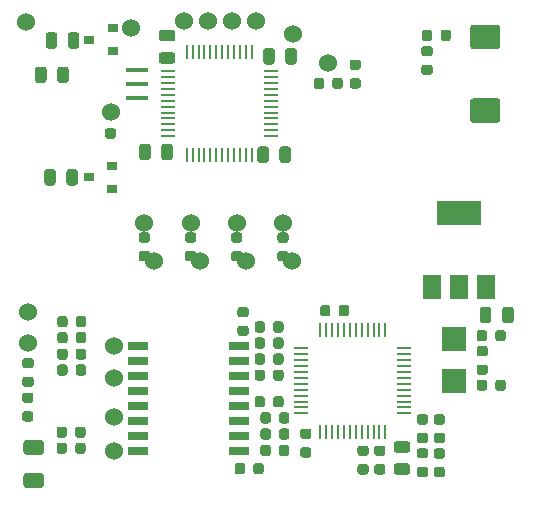
<source format=gbr>
%TF.GenerationSoftware,KiCad,Pcbnew,5.1.9+dfsg1-1~bpo10+1*%
%TF.CreationDate,2022-03-24T11:03:47+03:00*%
%TF.ProjectId,Anemometr,416e656d-6f6d-4657-9472-2e6b69636164,rev?*%
%TF.SameCoordinates,Original*%
%TF.FileFunction,Soldermask,Top*%
%TF.FilePolarity,Negative*%
%FSLAX46Y46*%
G04 Gerber Fmt 4.6, Leading zero omitted, Abs format (unit mm)*
G04 Created by KiCad (PCBNEW 5.1.9+dfsg1-1~bpo10+1) date 2022-03-24 11:03:47*
%MOMM*%
%LPD*%
G01*
G04 APERTURE LIST*
%ADD10R,0.900000X0.800000*%
%ADD11R,1.500000X2.000000*%
%ADD12R,3.800000X2.000000*%
%ADD13R,1.900000X0.400000*%
%ADD14C,1.524000*%
%ADD15R,1.300000X0.250000*%
%ADD16R,0.250000X1.300000*%
%ADD17R,1.670000X0.700000*%
%ADD18R,2.000000X2.000000*%
G04 APERTURE END LIST*
%TO.C,D4*%
G36*
G01*
X48778450Y-66301100D02*
X49290950Y-66301100D01*
G75*
G02*
X49509700Y-66519850I0J-218750D01*
G01*
X49509700Y-66957350D01*
G75*
G02*
X49290950Y-67176100I-218750J0D01*
G01*
X48778450Y-67176100D01*
G75*
G02*
X48559700Y-66957350I0J218750D01*
G01*
X48559700Y-66519850D01*
G75*
G02*
X48778450Y-66301100I218750J0D01*
G01*
G37*
G36*
G01*
X48778450Y-64726100D02*
X49290950Y-64726100D01*
G75*
G02*
X49509700Y-64944850I0J-218750D01*
G01*
X49509700Y-65382350D01*
G75*
G02*
X49290950Y-65601100I-218750J0D01*
G01*
X48778450Y-65601100D01*
G75*
G02*
X48559700Y-65382350I0J218750D01*
G01*
X48559700Y-64944850D01*
G75*
G02*
X48778450Y-64726100I218750J0D01*
G01*
G37*
%TD*%
%TO.C,R15*%
G36*
G01*
X54680400Y-62930750D02*
X54680400Y-62418250D01*
G75*
G02*
X54899150Y-62199500I218750J0D01*
G01*
X55336650Y-62199500D01*
G75*
G02*
X55555400Y-62418250I0J-218750D01*
G01*
X55555400Y-62930750D01*
G75*
G02*
X55336650Y-63149500I-218750J0D01*
G01*
X54899150Y-63149500D01*
G75*
G02*
X54680400Y-62930750I0J218750D01*
G01*
G37*
G36*
G01*
X56255400Y-62930750D02*
X56255400Y-62418250D01*
G75*
G02*
X56474150Y-62199500I218750J0D01*
G01*
X56911650Y-62199500D01*
G75*
G02*
X57130400Y-62418250I0J-218750D01*
G01*
X57130400Y-62930750D01*
G75*
G02*
X56911650Y-63149500I-218750J0D01*
G01*
X56474150Y-63149500D01*
G75*
G02*
X56255400Y-62930750I0J218750D01*
G01*
G37*
%TD*%
%TO.C,D5*%
G36*
G01*
X55361550Y-64445400D02*
X54849050Y-64445400D01*
G75*
G02*
X54630300Y-64226650I0J218750D01*
G01*
X54630300Y-63789150D01*
G75*
G02*
X54849050Y-63570400I218750J0D01*
G01*
X55361550Y-63570400D01*
G75*
G02*
X55580300Y-63789150I0J-218750D01*
G01*
X55580300Y-64226650D01*
G75*
G02*
X55361550Y-64445400I-218750J0D01*
G01*
G37*
G36*
G01*
X55361550Y-66020400D02*
X54849050Y-66020400D01*
G75*
G02*
X54630300Y-65801650I0J218750D01*
G01*
X54630300Y-65364150D01*
G75*
G02*
X54849050Y-65145400I218750J0D01*
G01*
X55361550Y-65145400D01*
G75*
G02*
X55580300Y-65364150I0J-218750D01*
G01*
X55580300Y-65801650D01*
G75*
G02*
X55361550Y-66020400I-218750J0D01*
G01*
G37*
%TD*%
%TO.C,C58*%
G36*
G01*
X59007900Y-68000700D02*
X61057900Y-68000700D01*
G75*
G02*
X61307900Y-68250700I0J-250000D01*
G01*
X61307900Y-69825700D01*
G75*
G02*
X61057900Y-70075700I-250000J0D01*
G01*
X59007900Y-70075700D01*
G75*
G02*
X58757900Y-69825700I0J250000D01*
G01*
X58757900Y-68250700D01*
G75*
G02*
X59007900Y-68000700I250000J0D01*
G01*
G37*
G36*
G01*
X59007900Y-61775700D02*
X61057900Y-61775700D01*
G75*
G02*
X61307900Y-62025700I0J-250000D01*
G01*
X61307900Y-63600700D01*
G75*
G02*
X61057900Y-63850700I-250000J0D01*
G01*
X59007900Y-63850700D01*
G75*
G02*
X58757900Y-63600700I0J250000D01*
G01*
X58757900Y-62025700D01*
G75*
G02*
X59007900Y-61775700I250000J0D01*
G01*
G37*
%TD*%
D10*
%TO.C,U9*%
X26508200Y-63030100D03*
X28508200Y-62080100D03*
X28508200Y-63980100D03*
%TD*%
%TO.C,U7*%
X26457400Y-74688700D03*
X28457400Y-73738700D03*
X28457400Y-75638700D03*
%TD*%
%TO.C,C56*%
G36*
G01*
X53440650Y-98013100D02*
X52528150Y-98013100D01*
G75*
G02*
X52284400Y-97769350I0J243750D01*
G01*
X52284400Y-97281850D01*
G75*
G02*
X52528150Y-97038100I243750J0D01*
G01*
X53440650Y-97038100D01*
G75*
G02*
X53684400Y-97281850I0J-243750D01*
G01*
X53684400Y-97769350D01*
G75*
G02*
X53440650Y-98013100I-243750J0D01*
G01*
G37*
G36*
G01*
X53440650Y-99888100D02*
X52528150Y-99888100D01*
G75*
G02*
X52284400Y-99644350I0J243750D01*
G01*
X52284400Y-99156850D01*
G75*
G02*
X52528150Y-98913100I243750J0D01*
G01*
X53440650Y-98913100D01*
G75*
G02*
X53684400Y-99156850I0J-243750D01*
G01*
X53684400Y-99644350D01*
G75*
G02*
X53440650Y-99888100I-243750J0D01*
G01*
G37*
%TD*%
D11*
%TO.C,U6*%
X55535800Y-84010900D03*
X60135800Y-84010900D03*
X57835800Y-84010900D03*
D12*
X57835800Y-77710900D03*
%TD*%
%TO.C,C22*%
G36*
G01*
X60560800Y-85891050D02*
X60560800Y-86803550D01*
G75*
G02*
X60317050Y-87047300I-243750J0D01*
G01*
X59829550Y-87047300D01*
G75*
G02*
X59585800Y-86803550I0J243750D01*
G01*
X59585800Y-85891050D01*
G75*
G02*
X59829550Y-85647300I243750J0D01*
G01*
X60317050Y-85647300D01*
G75*
G02*
X60560800Y-85891050I0J-243750D01*
G01*
G37*
G36*
G01*
X62435800Y-85891050D02*
X62435800Y-86803550D01*
G75*
G02*
X62192050Y-87047300I-243750J0D01*
G01*
X61704550Y-87047300D01*
G75*
G02*
X61460800Y-86803550I0J243750D01*
G01*
X61460800Y-85891050D01*
G75*
G02*
X61704550Y-85647300I243750J0D01*
G01*
X62192050Y-85647300D01*
G75*
G02*
X62435800Y-85891050I0J-243750D01*
G01*
G37*
%TD*%
D13*
%TO.C,Y1*%
X30594300Y-68002000D03*
X30594300Y-66802000D03*
X30594300Y-65602000D03*
%TD*%
D14*
%TO.C,J7*%
X21132800Y-61531500D03*
%TD*%
%TO.C,C49*%
G36*
G01*
X22430900Y-98183400D02*
X21180900Y-98183400D01*
G75*
G02*
X20930900Y-97933400I0J250000D01*
G01*
X20930900Y-97183400D01*
G75*
G02*
X21180900Y-96933400I250000J0D01*
G01*
X22430900Y-96933400D01*
G75*
G02*
X22680900Y-97183400I0J-250000D01*
G01*
X22680900Y-97933400D01*
G75*
G02*
X22430900Y-98183400I-250000J0D01*
G01*
G37*
G36*
G01*
X22430900Y-100983400D02*
X21180900Y-100983400D01*
G75*
G02*
X20930900Y-100733400I0J250000D01*
G01*
X20930900Y-99983400D01*
G75*
G02*
X21180900Y-99733400I250000J0D01*
G01*
X22430900Y-99733400D01*
G75*
G02*
X22680900Y-99983400I0J-250000D01*
G01*
X22680900Y-100733400D01*
G75*
G02*
X22430900Y-100983400I-250000J0D01*
G01*
G37*
%TD*%
%TO.C,R1*%
G36*
G01*
X60047150Y-89845400D02*
X59534650Y-89845400D01*
G75*
G02*
X59315900Y-89626650I0J218750D01*
G01*
X59315900Y-89189150D01*
G75*
G02*
X59534650Y-88970400I218750J0D01*
G01*
X60047150Y-88970400D01*
G75*
G02*
X60265900Y-89189150I0J-218750D01*
G01*
X60265900Y-89626650D01*
G75*
G02*
X60047150Y-89845400I-218750J0D01*
G01*
G37*
G36*
G01*
X60047150Y-91420400D02*
X59534650Y-91420400D01*
G75*
G02*
X59315900Y-91201650I0J218750D01*
G01*
X59315900Y-90764150D01*
G75*
G02*
X59534650Y-90545400I218750J0D01*
G01*
X60047150Y-90545400D01*
G75*
G02*
X60265900Y-90764150I0J-218750D01*
G01*
X60265900Y-91201650D01*
G75*
G02*
X60047150Y-91420400I-218750J0D01*
G01*
G37*
%TD*%
%TO.C,R4*%
G36*
G01*
X46386000Y-66482250D02*
X46386000Y-66994750D01*
G75*
G02*
X46167250Y-67213500I-218750J0D01*
G01*
X45729750Y-67213500D01*
G75*
G02*
X45511000Y-66994750I0J218750D01*
G01*
X45511000Y-66482250D01*
G75*
G02*
X45729750Y-66263500I218750J0D01*
G01*
X46167250Y-66263500D01*
G75*
G02*
X46386000Y-66482250I0J-218750D01*
G01*
G37*
G36*
G01*
X47961000Y-66482250D02*
X47961000Y-66994750D01*
G75*
G02*
X47742250Y-67213500I-218750J0D01*
G01*
X47304750Y-67213500D01*
G75*
G02*
X47086000Y-66994750I0J218750D01*
G01*
X47086000Y-66482250D01*
G75*
G02*
X47304750Y-66263500I218750J0D01*
G01*
X47742250Y-66263500D01*
G75*
G02*
X47961000Y-66482250I0J-218750D01*
G01*
G37*
%TD*%
D15*
%TO.C,D3*%
X44479100Y-89178000D03*
X44479100Y-89678000D03*
X44479100Y-90178000D03*
X44479100Y-90678000D03*
X44479100Y-91178000D03*
X44479100Y-91678000D03*
X44479100Y-92178000D03*
X44479100Y-92678000D03*
X44479100Y-93178000D03*
X44479100Y-93678000D03*
X44479100Y-94178000D03*
X44479100Y-94678000D03*
D16*
X46079100Y-96278000D03*
X46579100Y-96278000D03*
X47079100Y-96278000D03*
X47579100Y-96278000D03*
X48079100Y-96278000D03*
X48579100Y-96278000D03*
X49079100Y-96278000D03*
X49579100Y-96278000D03*
X50079100Y-96278000D03*
X50579100Y-96278000D03*
X51079100Y-96278000D03*
X51579100Y-96278000D03*
D15*
X53179100Y-94678000D03*
X53179100Y-94178000D03*
X53179100Y-93678000D03*
X53179100Y-93178000D03*
X53179100Y-92678000D03*
X53179100Y-92178000D03*
X53179100Y-91678000D03*
X53179100Y-91178000D03*
X53179100Y-90678000D03*
X53179100Y-90178000D03*
X53179100Y-89678000D03*
X53179100Y-89178000D03*
D16*
X51579100Y-87578000D03*
X51079100Y-87578000D03*
X50579100Y-87578000D03*
X50079100Y-87578000D03*
X49579100Y-87578000D03*
X49079100Y-87578000D03*
X48579100Y-87578000D03*
X48079100Y-87578000D03*
X47579100Y-87578000D03*
X47079100Y-87578000D03*
X46579100Y-87578000D03*
X46079100Y-87578000D03*
%TD*%
%TO.C,R40*%
G36*
G01*
X21579550Y-92449100D02*
X21067050Y-92449100D01*
G75*
G02*
X20848300Y-92230350I0J218750D01*
G01*
X20848300Y-91792850D01*
G75*
G02*
X21067050Y-91574100I218750J0D01*
G01*
X21579550Y-91574100D01*
G75*
G02*
X21798300Y-91792850I0J-218750D01*
G01*
X21798300Y-92230350D01*
G75*
G02*
X21579550Y-92449100I-218750J0D01*
G01*
G37*
G36*
G01*
X21579550Y-90874100D02*
X21067050Y-90874100D01*
G75*
G02*
X20848300Y-90655350I0J218750D01*
G01*
X20848300Y-90217850D01*
G75*
G02*
X21067050Y-89999100I218750J0D01*
G01*
X21579550Y-89999100D01*
G75*
G02*
X21798300Y-90217850I0J-218750D01*
G01*
X21798300Y-90655350D01*
G75*
G02*
X21579550Y-90874100I-218750J0D01*
G01*
G37*
%TD*%
%TO.C,R36*%
G36*
G01*
X26244000Y-86649850D02*
X26244000Y-87162350D01*
G75*
G02*
X26025250Y-87381100I-218750J0D01*
G01*
X25587750Y-87381100D01*
G75*
G02*
X25369000Y-87162350I0J218750D01*
G01*
X25369000Y-86649850D01*
G75*
G02*
X25587750Y-86431100I218750J0D01*
G01*
X26025250Y-86431100D01*
G75*
G02*
X26244000Y-86649850I0J-218750D01*
G01*
G37*
G36*
G01*
X24669000Y-86649850D02*
X24669000Y-87162350D01*
G75*
G02*
X24450250Y-87381100I-218750J0D01*
G01*
X24012750Y-87381100D01*
G75*
G02*
X23794000Y-87162350I0J218750D01*
G01*
X23794000Y-86649850D01*
G75*
G02*
X24012750Y-86431100I218750J0D01*
G01*
X24450250Y-86431100D01*
G75*
G02*
X24669000Y-86649850I0J-218750D01*
G01*
G37*
%TD*%
%TO.C,R32*%
G36*
G01*
X26244000Y-90751950D02*
X26244000Y-91264450D01*
G75*
G02*
X26025250Y-91483200I-218750J0D01*
G01*
X25587750Y-91483200D01*
G75*
G02*
X25369000Y-91264450I0J218750D01*
G01*
X25369000Y-90751950D01*
G75*
G02*
X25587750Y-90533200I218750J0D01*
G01*
X26025250Y-90533200D01*
G75*
G02*
X26244000Y-90751950I0J-218750D01*
G01*
G37*
G36*
G01*
X24669000Y-90751950D02*
X24669000Y-91264450D01*
G75*
G02*
X24450250Y-91483200I-218750J0D01*
G01*
X24012750Y-91483200D01*
G75*
G02*
X23794000Y-91264450I0J218750D01*
G01*
X23794000Y-90751950D01*
G75*
G02*
X24012750Y-90533200I218750J0D01*
G01*
X24450250Y-90533200D01*
G75*
G02*
X24669000Y-90751950I0J-218750D01*
G01*
G37*
%TD*%
%TO.C,R35*%
G36*
G01*
X26193200Y-96022450D02*
X26193200Y-96534950D01*
G75*
G02*
X25974450Y-96753700I-218750J0D01*
G01*
X25536950Y-96753700D01*
G75*
G02*
X25318200Y-96534950I0J218750D01*
G01*
X25318200Y-96022450D01*
G75*
G02*
X25536950Y-95803700I218750J0D01*
G01*
X25974450Y-95803700D01*
G75*
G02*
X26193200Y-96022450I0J-218750D01*
G01*
G37*
G36*
G01*
X24618200Y-96022450D02*
X24618200Y-96534950D01*
G75*
G02*
X24399450Y-96753700I-218750J0D01*
G01*
X23961950Y-96753700D01*
G75*
G02*
X23743200Y-96534950I0J218750D01*
G01*
X23743200Y-96022450D01*
G75*
G02*
X23961950Y-95803700I218750J0D01*
G01*
X24399450Y-95803700D01*
G75*
G02*
X24618200Y-96022450I0J-218750D01*
G01*
G37*
%TD*%
%TO.C,R2*%
G36*
G01*
X56415650Y-97211600D02*
X55903150Y-97211600D01*
G75*
G02*
X55684400Y-96992850I0J218750D01*
G01*
X55684400Y-96555350D01*
G75*
G02*
X55903150Y-96336600I218750J0D01*
G01*
X56415650Y-96336600D01*
G75*
G02*
X56634400Y-96555350I0J-218750D01*
G01*
X56634400Y-96992850D01*
G75*
G02*
X56415650Y-97211600I-218750J0D01*
G01*
G37*
G36*
G01*
X56415650Y-95636600D02*
X55903150Y-95636600D01*
G75*
G02*
X55684400Y-95417850I0J218750D01*
G01*
X55684400Y-94980350D01*
G75*
G02*
X55903150Y-94761600I218750J0D01*
G01*
X56415650Y-94761600D01*
G75*
G02*
X56634400Y-94980350I0J-218750D01*
G01*
X56634400Y-95417850D01*
G75*
G02*
X56415650Y-95636600I-218750J0D01*
G01*
G37*
%TD*%
%TO.C,R3*%
G36*
G01*
X54980550Y-97198900D02*
X54468050Y-97198900D01*
G75*
G02*
X54249300Y-96980150I0J218750D01*
G01*
X54249300Y-96542650D01*
G75*
G02*
X54468050Y-96323900I218750J0D01*
G01*
X54980550Y-96323900D01*
G75*
G02*
X55199300Y-96542650I0J-218750D01*
G01*
X55199300Y-96980150D01*
G75*
G02*
X54980550Y-97198900I-218750J0D01*
G01*
G37*
G36*
G01*
X54980550Y-95623900D02*
X54468050Y-95623900D01*
G75*
G02*
X54249300Y-95405150I0J218750D01*
G01*
X54249300Y-94967650D01*
G75*
G02*
X54468050Y-94748900I218750J0D01*
G01*
X54980550Y-94748900D01*
G75*
G02*
X55199300Y-94967650I0J-218750D01*
G01*
X55199300Y-95405150D01*
G75*
G02*
X54980550Y-95623900I-218750J0D01*
G01*
G37*
%TD*%
%TO.C,C3*%
G36*
G01*
X28564550Y-71405200D02*
X28052050Y-71405200D01*
G75*
G02*
X27833300Y-71186450I0J218750D01*
G01*
X27833300Y-70748950D01*
G75*
G02*
X28052050Y-70530200I218750J0D01*
G01*
X28564550Y-70530200D01*
G75*
G02*
X28783300Y-70748950I0J-218750D01*
G01*
X28783300Y-71186450D01*
G75*
G02*
X28564550Y-71405200I-218750J0D01*
G01*
G37*
G36*
G01*
X28564550Y-69830200D02*
X28052050Y-69830200D01*
G75*
G02*
X27833300Y-69611450I0J218750D01*
G01*
X27833300Y-69173950D01*
G75*
G02*
X28052050Y-68955200I218750J0D01*
G01*
X28564550Y-68955200D01*
G75*
G02*
X28783300Y-69173950I0J-218750D01*
G01*
X28783300Y-69611450D01*
G75*
G02*
X28564550Y-69830200I-218750J0D01*
G01*
G37*
%TD*%
%TO.C,R11*%
G36*
G01*
X40507200Y-93944150D02*
X40507200Y-93431650D01*
G75*
G02*
X40725950Y-93212900I218750J0D01*
G01*
X41163450Y-93212900D01*
G75*
G02*
X41382200Y-93431650I0J-218750D01*
G01*
X41382200Y-93944150D01*
G75*
G02*
X41163450Y-94162900I-218750J0D01*
G01*
X40725950Y-94162900D01*
G75*
G02*
X40507200Y-93944150I0J218750D01*
G01*
G37*
G36*
G01*
X42082200Y-93944150D02*
X42082200Y-93431650D01*
G75*
G02*
X42300950Y-93212900I218750J0D01*
G01*
X42738450Y-93212900D01*
G75*
G02*
X42957200Y-93431650I0J-218750D01*
G01*
X42957200Y-93944150D01*
G75*
G02*
X42738450Y-94162900I-218750J0D01*
G01*
X42300950Y-94162900D01*
G75*
G02*
X42082200Y-93944150I0J218750D01*
G01*
G37*
%TD*%
%TO.C,R18*%
G36*
G01*
X41002500Y-96687350D02*
X41002500Y-96174850D01*
G75*
G02*
X41221250Y-95956100I218750J0D01*
G01*
X41658750Y-95956100D01*
G75*
G02*
X41877500Y-96174850I0J-218750D01*
G01*
X41877500Y-96687350D01*
G75*
G02*
X41658750Y-96906100I-218750J0D01*
G01*
X41221250Y-96906100D01*
G75*
G02*
X41002500Y-96687350I0J218750D01*
G01*
G37*
G36*
G01*
X42577500Y-96687350D02*
X42577500Y-96174850D01*
G75*
G02*
X42796250Y-95956100I218750J0D01*
G01*
X43233750Y-95956100D01*
G75*
G02*
X43452500Y-96174850I0J-218750D01*
G01*
X43452500Y-96687350D01*
G75*
G02*
X43233750Y-96906100I-218750J0D01*
G01*
X42796250Y-96906100D01*
G75*
G02*
X42577500Y-96687350I0J218750D01*
G01*
G37*
%TD*%
%TO.C,R12*%
G36*
G01*
X40507200Y-90337350D02*
X40507200Y-89824850D01*
G75*
G02*
X40725950Y-89606100I218750J0D01*
G01*
X41163450Y-89606100D01*
G75*
G02*
X41382200Y-89824850I0J-218750D01*
G01*
X41382200Y-90337350D01*
G75*
G02*
X41163450Y-90556100I-218750J0D01*
G01*
X40725950Y-90556100D01*
G75*
G02*
X40507200Y-90337350I0J218750D01*
G01*
G37*
G36*
G01*
X42082200Y-90337350D02*
X42082200Y-89824850D01*
G75*
G02*
X42300950Y-89606100I218750J0D01*
G01*
X42738450Y-89606100D01*
G75*
G02*
X42957200Y-89824850I0J-218750D01*
G01*
X42957200Y-90337350D01*
G75*
G02*
X42738450Y-90556100I-218750J0D01*
G01*
X42300950Y-90556100D01*
G75*
G02*
X42082200Y-90337350I0J218750D01*
G01*
G37*
%TD*%
%TO.C,R14*%
G36*
G01*
X40507200Y-87619550D02*
X40507200Y-87107050D01*
G75*
G02*
X40725950Y-86888300I218750J0D01*
G01*
X41163450Y-86888300D01*
G75*
G02*
X41382200Y-87107050I0J-218750D01*
G01*
X41382200Y-87619550D01*
G75*
G02*
X41163450Y-87838300I-218750J0D01*
G01*
X40725950Y-87838300D01*
G75*
G02*
X40507200Y-87619550I0J218750D01*
G01*
G37*
G36*
G01*
X42082200Y-87619550D02*
X42082200Y-87107050D01*
G75*
G02*
X42300950Y-86888300I218750J0D01*
G01*
X42738450Y-86888300D01*
G75*
G02*
X42957200Y-87107050I0J-218750D01*
G01*
X42957200Y-87619550D01*
G75*
G02*
X42738450Y-87838300I-218750J0D01*
G01*
X42300950Y-87838300D01*
G75*
G02*
X42082200Y-87619550I0J218750D01*
G01*
G37*
%TD*%
D17*
%TO.C,D10*%
X39164600Y-97840800D03*
X39164600Y-96570800D03*
X39164600Y-95300800D03*
X39164600Y-94030800D03*
X39164600Y-92760800D03*
X39164600Y-91490800D03*
X39164600Y-90220800D03*
X39164600Y-88950800D03*
X30634600Y-88950800D03*
X30634600Y-90220800D03*
X30634600Y-91490800D03*
X30634600Y-92760800D03*
X30634600Y-95300800D03*
X30634600Y-96570800D03*
X30634600Y-97840800D03*
X30634600Y-94030800D03*
%TD*%
D14*
%TO.C,J6*%
X30060900Y-62026800D03*
%TD*%
%TO.C,J4*%
X34556700Y-61417200D03*
%TD*%
%TO.C,J3*%
X36584466Y-61417200D03*
%TD*%
%TO.C,C48*%
G36*
G01*
X21041650Y-92920100D02*
X21554150Y-92920100D01*
G75*
G02*
X21772900Y-93138850I0J-218750D01*
G01*
X21772900Y-93576350D01*
G75*
G02*
X21554150Y-93795100I-218750J0D01*
G01*
X21041650Y-93795100D01*
G75*
G02*
X20822900Y-93576350I0J218750D01*
G01*
X20822900Y-93138850D01*
G75*
G02*
X21041650Y-92920100I218750J0D01*
G01*
G37*
G36*
G01*
X21041650Y-94495100D02*
X21554150Y-94495100D01*
G75*
G02*
X21772900Y-94713850I0J-218750D01*
G01*
X21772900Y-95151350D01*
G75*
G02*
X21554150Y-95370100I-218750J0D01*
G01*
X21041650Y-95370100D01*
G75*
G02*
X20822900Y-95151350I0J218750D01*
G01*
X20822900Y-94713850D01*
G75*
G02*
X21041650Y-94495100I218750J0D01*
G01*
G37*
%TD*%
%TO.C,C46*%
G36*
G01*
X26244000Y-88008750D02*
X26244000Y-88521250D01*
G75*
G02*
X26025250Y-88740000I-218750J0D01*
G01*
X25587750Y-88740000D01*
G75*
G02*
X25369000Y-88521250I0J218750D01*
G01*
X25369000Y-88008750D01*
G75*
G02*
X25587750Y-87790000I218750J0D01*
G01*
X26025250Y-87790000D01*
G75*
G02*
X26244000Y-88008750I0J-218750D01*
G01*
G37*
G36*
G01*
X24669000Y-88008750D02*
X24669000Y-88521250D01*
G75*
G02*
X24450250Y-88740000I-218750J0D01*
G01*
X24012750Y-88740000D01*
G75*
G02*
X23794000Y-88521250I0J218750D01*
G01*
X23794000Y-88008750D01*
G75*
G02*
X24012750Y-87790000I218750J0D01*
G01*
X24450250Y-87790000D01*
G75*
G02*
X24669000Y-88008750I0J-218750D01*
G01*
G37*
%TD*%
%TO.C,C45*%
G36*
G01*
X26193200Y-97381350D02*
X26193200Y-97893850D01*
G75*
G02*
X25974450Y-98112600I-218750J0D01*
G01*
X25536950Y-98112600D01*
G75*
G02*
X25318200Y-97893850I0J218750D01*
G01*
X25318200Y-97381350D01*
G75*
G02*
X25536950Y-97162600I218750J0D01*
G01*
X25974450Y-97162600D01*
G75*
G02*
X26193200Y-97381350I0J-218750D01*
G01*
G37*
G36*
G01*
X24618200Y-97381350D02*
X24618200Y-97893850D01*
G75*
G02*
X24399450Y-98112600I-218750J0D01*
G01*
X23961950Y-98112600D01*
G75*
G02*
X23743200Y-97893850I0J218750D01*
G01*
X23743200Y-97381350D01*
G75*
G02*
X23961950Y-97162600I218750J0D01*
G01*
X24399450Y-97162600D01*
G75*
G02*
X24618200Y-97381350I0J-218750D01*
G01*
G37*
%TD*%
%TO.C,C42*%
G36*
G01*
X26244000Y-89405750D02*
X26244000Y-89918250D01*
G75*
G02*
X26025250Y-90137000I-218750J0D01*
G01*
X25587750Y-90137000D01*
G75*
G02*
X25369000Y-89918250I0J218750D01*
G01*
X25369000Y-89405750D01*
G75*
G02*
X25587750Y-89187000I218750J0D01*
G01*
X26025250Y-89187000D01*
G75*
G02*
X26244000Y-89405750I0J-218750D01*
G01*
G37*
G36*
G01*
X24669000Y-89405750D02*
X24669000Y-89918250D01*
G75*
G02*
X24450250Y-90137000I-218750J0D01*
G01*
X24012750Y-90137000D01*
G75*
G02*
X23794000Y-89918250I0J218750D01*
G01*
X23794000Y-89405750D01*
G75*
G02*
X24012750Y-89187000I218750J0D01*
G01*
X24450250Y-89187000D01*
G75*
G02*
X24669000Y-89405750I0J-218750D01*
G01*
G37*
%TD*%
%TO.C,R8*%
G36*
G01*
X43169550Y-81806500D02*
X42657050Y-81806500D01*
G75*
G02*
X42438300Y-81587750I0J218750D01*
G01*
X42438300Y-81150250D01*
G75*
G02*
X42657050Y-80931500I218750J0D01*
G01*
X43169550Y-80931500D01*
G75*
G02*
X43388300Y-81150250I0J-218750D01*
G01*
X43388300Y-81587750D01*
G75*
G02*
X43169550Y-81806500I-218750J0D01*
G01*
G37*
G36*
G01*
X43169550Y-80231500D02*
X42657050Y-80231500D01*
G75*
G02*
X42438300Y-80012750I0J218750D01*
G01*
X42438300Y-79575250D01*
G75*
G02*
X42657050Y-79356500I218750J0D01*
G01*
X43169550Y-79356500D01*
G75*
G02*
X43388300Y-79575250I0J-218750D01*
G01*
X43388300Y-80012750D01*
G75*
G02*
X43169550Y-80231500I-218750J0D01*
G01*
G37*
%TD*%
%TO.C,R7*%
G36*
G01*
X39257950Y-81806500D02*
X38745450Y-81806500D01*
G75*
G02*
X38526700Y-81587750I0J218750D01*
G01*
X38526700Y-81150250D01*
G75*
G02*
X38745450Y-80931500I218750J0D01*
G01*
X39257950Y-80931500D01*
G75*
G02*
X39476700Y-81150250I0J-218750D01*
G01*
X39476700Y-81587750D01*
G75*
G02*
X39257950Y-81806500I-218750J0D01*
G01*
G37*
G36*
G01*
X39257950Y-80231500D02*
X38745450Y-80231500D01*
G75*
G02*
X38526700Y-80012750I0J218750D01*
G01*
X38526700Y-79575250D01*
G75*
G02*
X38745450Y-79356500I218750J0D01*
G01*
X39257950Y-79356500D01*
G75*
G02*
X39476700Y-79575250I0J-218750D01*
G01*
X39476700Y-80012750D01*
G75*
G02*
X39257950Y-80231500I-218750J0D01*
G01*
G37*
%TD*%
%TO.C,R6*%
G36*
G01*
X35346350Y-81806500D02*
X34833850Y-81806500D01*
G75*
G02*
X34615100Y-81587750I0J218750D01*
G01*
X34615100Y-81150250D01*
G75*
G02*
X34833850Y-80931500I218750J0D01*
G01*
X35346350Y-80931500D01*
G75*
G02*
X35565100Y-81150250I0J-218750D01*
G01*
X35565100Y-81587750D01*
G75*
G02*
X35346350Y-81806500I-218750J0D01*
G01*
G37*
G36*
G01*
X35346350Y-80231500D02*
X34833850Y-80231500D01*
G75*
G02*
X34615100Y-80012750I0J218750D01*
G01*
X34615100Y-79575250D01*
G75*
G02*
X34833850Y-79356500I218750J0D01*
G01*
X35346350Y-79356500D01*
G75*
G02*
X35565100Y-79575250I0J-218750D01*
G01*
X35565100Y-80012750D01*
G75*
G02*
X35346350Y-80231500I-218750J0D01*
G01*
G37*
%TD*%
%TO.C,R5*%
G36*
G01*
X31434750Y-81806500D02*
X30922250Y-81806500D01*
G75*
G02*
X30703500Y-81587750I0J218750D01*
G01*
X30703500Y-81150250D01*
G75*
G02*
X30922250Y-80931500I218750J0D01*
G01*
X31434750Y-80931500D01*
G75*
G02*
X31653500Y-81150250I0J-218750D01*
G01*
X31653500Y-81587750D01*
G75*
G02*
X31434750Y-81806500I-218750J0D01*
G01*
G37*
G36*
G01*
X31434750Y-80231500D02*
X30922250Y-80231500D01*
G75*
G02*
X30703500Y-80012750I0J218750D01*
G01*
X30703500Y-79575250D01*
G75*
G02*
X30922250Y-79356500I218750J0D01*
G01*
X31434750Y-79356500D01*
G75*
G02*
X31653500Y-79575250I0J-218750D01*
G01*
X31653500Y-80012750D01*
G75*
G02*
X31434750Y-80231500I-218750J0D01*
G01*
G37*
%TD*%
%TO.C,J17*%
X39789100Y-81749900D03*
%TD*%
%TO.C,J13*%
X42926000Y-78600300D03*
%TD*%
%TO.C,J16*%
X43688000Y-81749900D03*
%TD*%
%TO.C,J12*%
X39005932Y-78600300D03*
%TD*%
%TO.C,J15*%
X31991300Y-81749900D03*
%TD*%
%TO.C,J11*%
X35085866Y-78600300D03*
%TD*%
%TO.C,J14*%
X35890200Y-81749900D03*
%TD*%
%TO.C,J10*%
X31165800Y-78600300D03*
%TD*%
%TO.C,R10*%
G36*
G01*
X41002500Y-98071650D02*
X41002500Y-97559150D01*
G75*
G02*
X41221250Y-97340400I218750J0D01*
G01*
X41658750Y-97340400D01*
G75*
G02*
X41877500Y-97559150I0J-218750D01*
G01*
X41877500Y-98071650D01*
G75*
G02*
X41658750Y-98290400I-218750J0D01*
G01*
X41221250Y-98290400D01*
G75*
G02*
X41002500Y-98071650I0J218750D01*
G01*
G37*
G36*
G01*
X42577500Y-98071650D02*
X42577500Y-97559150D01*
G75*
G02*
X42796250Y-97340400I218750J0D01*
G01*
X43233750Y-97340400D01*
G75*
G02*
X43452500Y-97559150I0J-218750D01*
G01*
X43452500Y-98071650D01*
G75*
G02*
X43233750Y-98290400I-218750J0D01*
G01*
X42796250Y-98290400D01*
G75*
G02*
X42577500Y-98071650I0J218750D01*
G01*
G37*
%TD*%
%TO.C,R9*%
G36*
G01*
X41002500Y-95315750D02*
X41002500Y-94803250D01*
G75*
G02*
X41221250Y-94584500I218750J0D01*
G01*
X41658750Y-94584500D01*
G75*
G02*
X41877500Y-94803250I0J-218750D01*
G01*
X41877500Y-95315750D01*
G75*
G02*
X41658750Y-95534500I-218750J0D01*
G01*
X41221250Y-95534500D01*
G75*
G02*
X41002500Y-95315750I0J218750D01*
G01*
G37*
G36*
G01*
X42577500Y-95315750D02*
X42577500Y-94803250D01*
G75*
G02*
X42796250Y-94584500I218750J0D01*
G01*
X43233750Y-94584500D01*
G75*
G02*
X43452500Y-94803250I0J-218750D01*
G01*
X43452500Y-95315750D01*
G75*
G02*
X43233750Y-95534500I-218750J0D01*
G01*
X42796250Y-95534500D01*
G75*
G02*
X42577500Y-95315750I0J218750D01*
G01*
G37*
%TD*%
%TO.C,C15*%
G36*
G01*
X46057100Y-86235250D02*
X46057100Y-85722750D01*
G75*
G02*
X46275850Y-85504000I218750J0D01*
G01*
X46713350Y-85504000D01*
G75*
G02*
X46932100Y-85722750I0J-218750D01*
G01*
X46932100Y-86235250D01*
G75*
G02*
X46713350Y-86454000I-218750J0D01*
G01*
X46275850Y-86454000D01*
G75*
G02*
X46057100Y-86235250I0J218750D01*
G01*
G37*
G36*
G01*
X47632100Y-86235250D02*
X47632100Y-85722750D01*
G75*
G02*
X47850850Y-85504000I218750J0D01*
G01*
X48288350Y-85504000D01*
G75*
G02*
X48507100Y-85722750I0J-218750D01*
G01*
X48507100Y-86235250D01*
G75*
G02*
X48288350Y-86454000I-218750J0D01*
G01*
X47850850Y-86454000D01*
G75*
G02*
X47632100Y-86235250I0J218750D01*
G01*
G37*
%TD*%
%TO.C,D1*%
G36*
G01*
X55890450Y-97631800D02*
X56402950Y-97631800D01*
G75*
G02*
X56621700Y-97850550I0J-218750D01*
G01*
X56621700Y-98288050D01*
G75*
G02*
X56402950Y-98506800I-218750J0D01*
G01*
X55890450Y-98506800D01*
G75*
G02*
X55671700Y-98288050I0J218750D01*
G01*
X55671700Y-97850550D01*
G75*
G02*
X55890450Y-97631800I218750J0D01*
G01*
G37*
G36*
G01*
X55890450Y-99206800D02*
X56402950Y-99206800D01*
G75*
G02*
X56621700Y-99425550I0J-218750D01*
G01*
X56621700Y-99863050D01*
G75*
G02*
X56402950Y-100081800I-218750J0D01*
G01*
X55890450Y-100081800D01*
G75*
G02*
X55671700Y-99863050I0J218750D01*
G01*
X55671700Y-99425550D01*
G75*
G02*
X55890450Y-99206800I218750J0D01*
G01*
G37*
%TD*%
%TO.C,D2*%
G36*
G01*
X54468050Y-97619100D02*
X54980550Y-97619100D01*
G75*
G02*
X55199300Y-97837850I0J-218750D01*
G01*
X55199300Y-98275350D01*
G75*
G02*
X54980550Y-98494100I-218750J0D01*
G01*
X54468050Y-98494100D01*
G75*
G02*
X54249300Y-98275350I0J218750D01*
G01*
X54249300Y-97837850D01*
G75*
G02*
X54468050Y-97619100I218750J0D01*
G01*
G37*
G36*
G01*
X54468050Y-99194100D02*
X54980550Y-99194100D01*
G75*
G02*
X55199300Y-99412850I0J-218750D01*
G01*
X55199300Y-99850350D01*
G75*
G02*
X54980550Y-100069100I-218750J0D01*
G01*
X54468050Y-100069100D01*
G75*
G02*
X54249300Y-99850350I0J218750D01*
G01*
X54249300Y-99412850D01*
G75*
G02*
X54468050Y-99194100I218750J0D01*
G01*
G37*
%TD*%
%TO.C,C39*%
G36*
G01*
X44587450Y-95968100D02*
X45099950Y-95968100D01*
G75*
G02*
X45318700Y-96186850I0J-218750D01*
G01*
X45318700Y-96624350D01*
G75*
G02*
X45099950Y-96843100I-218750J0D01*
G01*
X44587450Y-96843100D01*
G75*
G02*
X44368700Y-96624350I0J218750D01*
G01*
X44368700Y-96186850D01*
G75*
G02*
X44587450Y-95968100I218750J0D01*
G01*
G37*
G36*
G01*
X44587450Y-97543100D02*
X45099950Y-97543100D01*
G75*
G02*
X45318700Y-97761850I0J-218750D01*
G01*
X45318700Y-98199350D01*
G75*
G02*
X45099950Y-98418100I-218750J0D01*
G01*
X44587450Y-98418100D01*
G75*
G02*
X44368700Y-98199350I0J218750D01*
G01*
X44368700Y-97761850D01*
G75*
G02*
X44587450Y-97543100I218750J0D01*
G01*
G37*
%TD*%
%TO.C,C26*%
G36*
G01*
X42957200Y-88465950D02*
X42957200Y-88978450D01*
G75*
G02*
X42738450Y-89197200I-218750J0D01*
G01*
X42300950Y-89197200D01*
G75*
G02*
X42082200Y-88978450I0J218750D01*
G01*
X42082200Y-88465950D01*
G75*
G02*
X42300950Y-88247200I218750J0D01*
G01*
X42738450Y-88247200D01*
G75*
G02*
X42957200Y-88465950I0J-218750D01*
G01*
G37*
G36*
G01*
X41382200Y-88465950D02*
X41382200Y-88978450D01*
G75*
G02*
X41163450Y-89197200I-218750J0D01*
G01*
X40725950Y-89197200D01*
G75*
G02*
X40507200Y-88978450I0J218750D01*
G01*
X40507200Y-88465950D01*
G75*
G02*
X40725950Y-88247200I218750J0D01*
G01*
X41163450Y-88247200D01*
G75*
G02*
X41382200Y-88465950I0J-218750D01*
G01*
G37*
%TD*%
%TO.C,C25*%
G36*
G01*
X42957200Y-91183750D02*
X42957200Y-91696250D01*
G75*
G02*
X42738450Y-91915000I-218750J0D01*
G01*
X42300950Y-91915000D01*
G75*
G02*
X42082200Y-91696250I0J218750D01*
G01*
X42082200Y-91183750D01*
G75*
G02*
X42300950Y-90965000I218750J0D01*
G01*
X42738450Y-90965000D01*
G75*
G02*
X42957200Y-91183750I0J-218750D01*
G01*
G37*
G36*
G01*
X41382200Y-91183750D02*
X41382200Y-91696250D01*
G75*
G02*
X41163450Y-91915000I-218750J0D01*
G01*
X40725950Y-91915000D01*
G75*
G02*
X40507200Y-91696250I0J218750D01*
G01*
X40507200Y-91183750D01*
G75*
G02*
X40725950Y-90965000I218750J0D01*
G01*
X41163450Y-90965000D01*
G75*
G02*
X41382200Y-91183750I0J-218750D01*
G01*
G37*
%TD*%
%TO.C,C20*%
G36*
G01*
X38818100Y-99608350D02*
X38818100Y-99095850D01*
G75*
G02*
X39036850Y-98877100I218750J0D01*
G01*
X39474350Y-98877100D01*
G75*
G02*
X39693100Y-99095850I0J-218750D01*
G01*
X39693100Y-99608350D01*
G75*
G02*
X39474350Y-99827100I-218750J0D01*
G01*
X39036850Y-99827100D01*
G75*
G02*
X38818100Y-99608350I0J218750D01*
G01*
G37*
G36*
G01*
X40393100Y-99608350D02*
X40393100Y-99095850D01*
G75*
G02*
X40611850Y-98877100I218750J0D01*
G01*
X41049350Y-98877100D01*
G75*
G02*
X41268100Y-99095850I0J-218750D01*
G01*
X41268100Y-99608350D01*
G75*
G02*
X41049350Y-99827100I-218750J0D01*
G01*
X40611850Y-99827100D01*
G75*
G02*
X40393100Y-99608350I0J218750D01*
G01*
G37*
%TD*%
%TO.C,C16*%
G36*
G01*
X39278850Y-85668400D02*
X39791350Y-85668400D01*
G75*
G02*
X40010100Y-85887150I0J-218750D01*
G01*
X40010100Y-86324650D01*
G75*
G02*
X39791350Y-86543400I-218750J0D01*
G01*
X39278850Y-86543400D01*
G75*
G02*
X39060100Y-86324650I0J218750D01*
G01*
X39060100Y-85887150D01*
G75*
G02*
X39278850Y-85668400I218750J0D01*
G01*
G37*
G36*
G01*
X39278850Y-87243400D02*
X39791350Y-87243400D01*
G75*
G02*
X40010100Y-87462150I0J-218750D01*
G01*
X40010100Y-87899650D01*
G75*
G02*
X39791350Y-88118400I-218750J0D01*
G01*
X39278850Y-88118400D01*
G75*
G02*
X39060100Y-87899650I0J218750D01*
G01*
X39060100Y-87462150D01*
G75*
G02*
X39278850Y-87243400I218750J0D01*
G01*
G37*
%TD*%
%TO.C,C12*%
G36*
G01*
X49951350Y-99853200D02*
X49438850Y-99853200D01*
G75*
G02*
X49220100Y-99634450I0J218750D01*
G01*
X49220100Y-99196950D01*
G75*
G02*
X49438850Y-98978200I218750J0D01*
G01*
X49951350Y-98978200D01*
G75*
G02*
X50170100Y-99196950I0J-218750D01*
G01*
X50170100Y-99634450D01*
G75*
G02*
X49951350Y-99853200I-218750J0D01*
G01*
G37*
G36*
G01*
X49951350Y-98278200D02*
X49438850Y-98278200D01*
G75*
G02*
X49220100Y-98059450I0J218750D01*
G01*
X49220100Y-97621950D01*
G75*
G02*
X49438850Y-97403200I218750J0D01*
G01*
X49951350Y-97403200D01*
G75*
G02*
X50170100Y-97621950I0J-218750D01*
G01*
X50170100Y-98059450D01*
G75*
G02*
X49951350Y-98278200I-218750J0D01*
G01*
G37*
%TD*%
%TO.C,C10*%
G36*
G01*
X51361050Y-99853200D02*
X50848550Y-99853200D01*
G75*
G02*
X50629800Y-99634450I0J218750D01*
G01*
X50629800Y-99196950D01*
G75*
G02*
X50848550Y-98978200I218750J0D01*
G01*
X51361050Y-98978200D01*
G75*
G02*
X51579800Y-99196950I0J-218750D01*
G01*
X51579800Y-99634450D01*
G75*
G02*
X51361050Y-99853200I-218750J0D01*
G01*
G37*
G36*
G01*
X51361050Y-98278200D02*
X50848550Y-98278200D01*
G75*
G02*
X50629800Y-98059450I0J218750D01*
G01*
X50629800Y-97621950D01*
G75*
G02*
X50848550Y-97403200I218750J0D01*
G01*
X51361050Y-97403200D01*
G75*
G02*
X51579800Y-97621950I0J-218750D01*
G01*
X51579800Y-98059450D01*
G75*
G02*
X51361050Y-98278200I-218750J0D01*
G01*
G37*
%TD*%
D18*
%TO.C,Y2*%
X57404000Y-88370000D03*
X57404000Y-91970000D03*
%TD*%
D14*
%TO.C,J23*%
X21297900Y-86106000D03*
%TD*%
%TO.C,J22*%
X28587700Y-88938100D03*
%TD*%
%TO.C,J21*%
X21297900Y-88709500D03*
%TD*%
%TO.C,J20*%
X28575000Y-91651666D03*
%TD*%
%TO.C,J19*%
X28575000Y-95025632D03*
%TD*%
%TO.C,J18*%
X28575000Y-97828100D03*
%TD*%
%TO.C,C7*%
G36*
G01*
X59315900Y-92547150D02*
X59315900Y-92034650D01*
G75*
G02*
X59534650Y-91815900I218750J0D01*
G01*
X59972150Y-91815900D01*
G75*
G02*
X60190900Y-92034650I0J-218750D01*
G01*
X60190900Y-92547150D01*
G75*
G02*
X59972150Y-92765900I-218750J0D01*
G01*
X59534650Y-92765900D01*
G75*
G02*
X59315900Y-92547150I0J218750D01*
G01*
G37*
G36*
G01*
X60890900Y-92547150D02*
X60890900Y-92034650D01*
G75*
G02*
X61109650Y-91815900I218750J0D01*
G01*
X61547150Y-91815900D01*
G75*
G02*
X61765900Y-92034650I0J-218750D01*
G01*
X61765900Y-92547150D01*
G75*
G02*
X61547150Y-92765900I-218750J0D01*
G01*
X61109650Y-92765900D01*
G75*
G02*
X60890900Y-92547150I0J218750D01*
G01*
G37*
%TD*%
%TO.C,C4*%
G36*
G01*
X59315900Y-88356150D02*
X59315900Y-87843650D01*
G75*
G02*
X59534650Y-87624900I218750J0D01*
G01*
X59972150Y-87624900D01*
G75*
G02*
X60190900Y-87843650I0J-218750D01*
G01*
X60190900Y-88356150D01*
G75*
G02*
X59972150Y-88574900I-218750J0D01*
G01*
X59534650Y-88574900D01*
G75*
G02*
X59315900Y-88356150I0J218750D01*
G01*
G37*
G36*
G01*
X60890900Y-88356150D02*
X60890900Y-87843650D01*
G75*
G02*
X61109650Y-87624900I218750J0D01*
G01*
X61547150Y-87624900D01*
G75*
G02*
X61765900Y-87843650I0J-218750D01*
G01*
X61765900Y-88356150D01*
G75*
G02*
X61547150Y-88574900I-218750J0D01*
G01*
X61109650Y-88574900D01*
G75*
G02*
X60890900Y-88356150I0J218750D01*
G01*
G37*
%TD*%
%TO.C,C36*%
G36*
G01*
X22819300Y-63549850D02*
X22819300Y-62637350D01*
G75*
G02*
X23063050Y-62393600I243750J0D01*
G01*
X23550550Y-62393600D01*
G75*
G02*
X23794300Y-62637350I0J-243750D01*
G01*
X23794300Y-63549850D01*
G75*
G02*
X23550550Y-63793600I-243750J0D01*
G01*
X23063050Y-63793600D01*
G75*
G02*
X22819300Y-63549850I0J243750D01*
G01*
G37*
G36*
G01*
X24694300Y-63549850D02*
X24694300Y-62637350D01*
G75*
G02*
X24938050Y-62393600I243750J0D01*
G01*
X25425550Y-62393600D01*
G75*
G02*
X25669300Y-62637350I0J-243750D01*
G01*
X25669300Y-63549850D01*
G75*
G02*
X25425550Y-63793600I-243750J0D01*
G01*
X24938050Y-63793600D01*
G75*
G02*
X24694300Y-63549850I0J243750D01*
G01*
G37*
%TD*%
%TO.C,C37*%
G36*
G01*
X21917600Y-66470850D02*
X21917600Y-65558350D01*
G75*
G02*
X22161350Y-65314600I243750J0D01*
G01*
X22648850Y-65314600D01*
G75*
G02*
X22892600Y-65558350I0J-243750D01*
G01*
X22892600Y-66470850D01*
G75*
G02*
X22648850Y-66714600I-243750J0D01*
G01*
X22161350Y-66714600D01*
G75*
G02*
X21917600Y-66470850I0J243750D01*
G01*
G37*
G36*
G01*
X23792600Y-66470850D02*
X23792600Y-65558350D01*
G75*
G02*
X24036350Y-65314600I243750J0D01*
G01*
X24523850Y-65314600D01*
G75*
G02*
X24767600Y-65558350I0J-243750D01*
G01*
X24767600Y-66470850D01*
G75*
G02*
X24523850Y-66714600I-243750J0D01*
G01*
X24036350Y-66714600D01*
G75*
G02*
X23792600Y-66470850I0J243750D01*
G01*
G37*
%TD*%
%TO.C,C23*%
G36*
G01*
X22705000Y-75144950D02*
X22705000Y-74232450D01*
G75*
G02*
X22948750Y-73988700I243750J0D01*
G01*
X23436250Y-73988700D01*
G75*
G02*
X23680000Y-74232450I0J-243750D01*
G01*
X23680000Y-75144950D01*
G75*
G02*
X23436250Y-75388700I-243750J0D01*
G01*
X22948750Y-75388700D01*
G75*
G02*
X22705000Y-75144950I0J243750D01*
G01*
G37*
G36*
G01*
X24580000Y-75144950D02*
X24580000Y-74232450D01*
G75*
G02*
X24823750Y-73988700I243750J0D01*
G01*
X25311250Y-73988700D01*
G75*
G02*
X25555000Y-74232450I0J-243750D01*
G01*
X25555000Y-75144950D01*
G75*
G02*
X25311250Y-75388700I-243750J0D01*
G01*
X24823750Y-75388700D01*
G75*
G02*
X24580000Y-75144950I0J243750D01*
G01*
G37*
%TD*%
%TO.C,C13*%
G36*
G01*
X41234300Y-64896050D02*
X41234300Y-63983550D01*
G75*
G02*
X41478050Y-63739800I243750J0D01*
G01*
X41965550Y-63739800D01*
G75*
G02*
X42209300Y-63983550I0J-243750D01*
G01*
X42209300Y-64896050D01*
G75*
G02*
X41965550Y-65139800I-243750J0D01*
G01*
X41478050Y-65139800D01*
G75*
G02*
X41234300Y-64896050I0J243750D01*
G01*
G37*
G36*
G01*
X43109300Y-64896050D02*
X43109300Y-63983550D01*
G75*
G02*
X43353050Y-63739800I243750J0D01*
G01*
X43840550Y-63739800D01*
G75*
G02*
X44084300Y-63983550I0J-243750D01*
G01*
X44084300Y-64896050D01*
G75*
G02*
X43840550Y-65139800I-243750J0D01*
G01*
X43353050Y-65139800D01*
G75*
G02*
X43109300Y-64896050I0J243750D01*
G01*
G37*
%TD*%
%TO.C,C11*%
G36*
G01*
X33552450Y-65064700D02*
X32639950Y-65064700D01*
G75*
G02*
X32396200Y-64820950I0J243750D01*
G01*
X32396200Y-64333450D01*
G75*
G02*
X32639950Y-64089700I243750J0D01*
G01*
X33552450Y-64089700D01*
G75*
G02*
X33796200Y-64333450I0J-243750D01*
G01*
X33796200Y-64820950D01*
G75*
G02*
X33552450Y-65064700I-243750J0D01*
G01*
G37*
G36*
G01*
X33552450Y-63189700D02*
X32639950Y-63189700D01*
G75*
G02*
X32396200Y-62945950I0J243750D01*
G01*
X32396200Y-62458450D01*
G75*
G02*
X32639950Y-62214700I243750J0D01*
G01*
X33552450Y-62214700D01*
G75*
G02*
X33796200Y-62458450I0J-243750D01*
G01*
X33796200Y-62945950D01*
G75*
G02*
X33552450Y-63189700I-243750J0D01*
G01*
G37*
%TD*%
%TO.C,C9*%
G36*
G01*
X33581400Y-72086150D02*
X33581400Y-72998650D01*
G75*
G02*
X33337650Y-73242400I-243750J0D01*
G01*
X32850150Y-73242400D01*
G75*
G02*
X32606400Y-72998650I0J243750D01*
G01*
X32606400Y-72086150D01*
G75*
G02*
X32850150Y-71842400I243750J0D01*
G01*
X33337650Y-71842400D01*
G75*
G02*
X33581400Y-72086150I0J-243750D01*
G01*
G37*
G36*
G01*
X31706400Y-72086150D02*
X31706400Y-72998650D01*
G75*
G02*
X31462650Y-73242400I-243750J0D01*
G01*
X30975150Y-73242400D01*
G75*
G02*
X30731400Y-72998650I0J243750D01*
G01*
X30731400Y-72086150D01*
G75*
G02*
X30975150Y-71842400I243750J0D01*
G01*
X31462650Y-71842400D01*
G75*
G02*
X31706400Y-72086150I0J-243750D01*
G01*
G37*
%TD*%
%TO.C,C8*%
G36*
G01*
X40739000Y-73227250D02*
X40739000Y-72314750D01*
G75*
G02*
X40982750Y-72071000I243750J0D01*
G01*
X41470250Y-72071000D01*
G75*
G02*
X41714000Y-72314750I0J-243750D01*
G01*
X41714000Y-73227250D01*
G75*
G02*
X41470250Y-73471000I-243750J0D01*
G01*
X40982750Y-73471000D01*
G75*
G02*
X40739000Y-73227250I0J243750D01*
G01*
G37*
G36*
G01*
X42614000Y-73227250D02*
X42614000Y-72314750D01*
G75*
G02*
X42857750Y-72071000I243750J0D01*
G01*
X43345250Y-72071000D01*
G75*
G02*
X43589000Y-72314750I0J-243750D01*
G01*
X43589000Y-73227250D01*
G75*
G02*
X43345250Y-73471000I-243750J0D01*
G01*
X42857750Y-73471000D01*
G75*
G02*
X42614000Y-73227250I0J243750D01*
G01*
G37*
%TD*%
D15*
%TO.C,U1*%
X33165800Y-65703000D03*
X33165800Y-66203000D03*
X33165800Y-66703000D03*
X33165800Y-67203000D03*
X33165800Y-67703000D03*
X33165800Y-68203000D03*
X33165800Y-68703000D03*
X33165800Y-69203000D03*
X33165800Y-69703000D03*
X33165800Y-70203000D03*
X33165800Y-70703000D03*
X33165800Y-71203000D03*
D16*
X34765800Y-72803000D03*
X35265800Y-72803000D03*
X35765800Y-72803000D03*
X36265800Y-72803000D03*
X36765800Y-72803000D03*
X37265800Y-72803000D03*
X37765800Y-72803000D03*
X38265800Y-72803000D03*
X38765800Y-72803000D03*
X39265800Y-72803000D03*
X39765800Y-72803000D03*
X40265800Y-72803000D03*
D15*
X41865800Y-71203000D03*
X41865800Y-70703000D03*
X41865800Y-70203000D03*
X41865800Y-69703000D03*
X41865800Y-69203000D03*
X41865800Y-68703000D03*
X41865800Y-68203000D03*
X41865800Y-67703000D03*
X41865800Y-67203000D03*
X41865800Y-66703000D03*
X41865800Y-66203000D03*
X41865800Y-65703000D03*
D16*
X40265800Y-64103000D03*
X39765800Y-64103000D03*
X39265800Y-64103000D03*
X38765800Y-64103000D03*
X38265800Y-64103000D03*
X37765800Y-64103000D03*
X37265800Y-64103000D03*
X36765800Y-64103000D03*
X36265800Y-64103000D03*
X35765800Y-64103000D03*
X35265800Y-64103000D03*
X34765800Y-64103000D03*
%TD*%
D14*
%TO.C,J9*%
X43776900Y-62534800D03*
%TD*%
%TO.C,J8*%
X46736000Y-64998600D03*
%TD*%
%TO.C,J2*%
X38612232Y-61417200D03*
%TD*%
%TO.C,J1*%
X40640000Y-61417200D03*
%TD*%
%TO.C,J5*%
X28321000Y-69164200D03*
%TD*%
M02*

</source>
